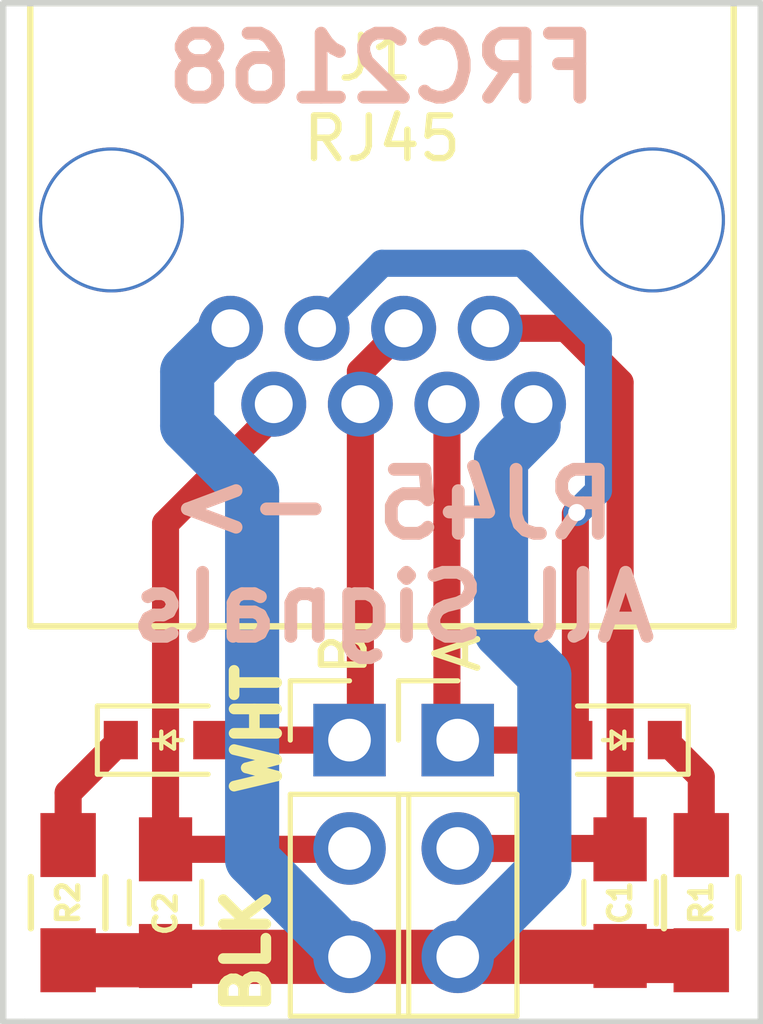
<source format=kicad_pcb>
(kicad_pcb (version 4) (host pcbnew 4.0.5)

  (general
    (links 19)
    (no_connects 0)
    (area 149.276999 86.792999 167.207001 110.819001)
    (thickness 1.6)
    (drawings 9)
    (tracks 57)
    (zones 0)
    (modules 9)
    (nets 8)
  )

  (page A4)
  (layers
    (0 F.Cu signal)
    (31 B.Cu signal)
    (32 B.Adhes user)
    (33 F.Adhes user)
    (34 B.Paste user)
    (35 F.Paste user)
    (36 B.SilkS user)
    (37 F.SilkS user)
    (38 B.Mask user)
    (39 F.Mask user)
    (40 Dwgs.User user)
    (41 Cmts.User user)
    (42 Eco1.User user)
    (43 Eco2.User user)
    (44 Edge.Cuts user)
    (45 Margin user)
    (46 B.CrtYd user)
    (47 F.CrtYd user)
    (48 B.Fab user)
    (49 F.Fab user)
  )

  (setup
    (last_trace_width 1.27)
    (trace_clearance 0.15)
    (zone_clearance 0.508)
    (zone_45_only no)
    (trace_min 0.2)
    (segment_width 0.2)
    (edge_width 0.15)
    (via_size 0.6)
    (via_drill 0.4)
    (via_min_size 0.4)
    (via_min_drill 0.3)
    (uvia_size 0.3)
    (uvia_drill 0.1)
    (uvias_allowed no)
    (uvia_min_size 0.2)
    (uvia_min_drill 0.1)
    (pcb_text_width 0.3)
    (pcb_text_size 1.5 1.5)
    (mod_edge_width 0.15)
    (mod_text_size 1 1)
    (mod_text_width 0.15)
    (pad_size 1.524 1.524)
    (pad_drill 0.762)
    (pad_to_mask_clearance 0.2)
    (aux_axis_origin 0 0)
    (visible_elements 7FFFFF7F)
    (pcbplotparams
      (layerselection 0x00030_80000001)
      (usegerberextensions false)
      (excludeedgelayer true)
      (linewidth 0.100000)
      (plotframeref false)
      (viasonmask false)
      (mode 1)
      (useauxorigin false)
      (hpglpennumber 1)
      (hpglpenspeed 20)
      (hpglpendiameter 15)
      (hpglpenoverlay 2)
      (psnegative false)
      (psa4output false)
      (plotreference true)
      (plotvalue true)
      (plotinvisibletext false)
      (padsonsilk false)
      (subtractmaskfromsilk false)
      (outputformat 1)
      (mirror false)
      (drillshape 1)
      (scaleselection 1)
      (outputdirectory ""))
  )

  (net 0 "")
  (net 1 GND)
  (net 2 5A)
  (net 3 A)
  (net 4 B)
  (net 5 5B)
  (net 6 "Net-(D1-Pad1)")
  (net 7 "Net-(D2-Pad1)")

  (net_class Default "This is the default net class."
    (clearance 0.15)
    (trace_width 1.27)
    (via_dia 0.6)
    (via_drill 0.4)
    (uvia_dia 0.3)
    (uvia_drill 0.1)
  )

  (net_class Power ""
    (clearance 0.15)
    (trace_width 1.27)
    (via_dia 0.6)
    (via_drill 0.4)
    (uvia_dia 0.3)
    (uvia_drill 0.1)
    (add_net GND)
  )

  (net_class Signal ""
    (clearance 0.15)
    (trace_width 0.635)
    (via_dia 0.6)
    (via_drill 0.4)
    (uvia_dia 0.3)
    (uvia_drill 0.1)
    (add_net 5A)
    (add_net 5B)
    (add_net A)
    (add_net B)
    (add_net "Net-(D1-Pad1)")
    (add_net "Net-(D2-Pad1)")
  )

  (module RJ45:EJ45_RJHSE-5080 (layer F.Cu) (tedit 58771648) (tstamp 58788BBE)
    (at 164.592 91.948 180)
    (path /58788CFB)
    (fp_text reference J1 (at 6.51002 3.79476 180) (layer F.SilkS)
      (effects (font (size 1 1) (thickness 0.15)))
    )
    (fp_text value RJ45 (at 6.62178 -8.3312 180) (layer F.Fab)
      (effects (font (size 1 1) (thickness 0.15)))
    )
    (fp_text user RJ45 (at 6.35 1.905 180) (layer F.SilkS)
      (effects (font (size 1 1) (thickness 0.15)))
    )
    (fp_line (start 14.605 5.08) (end -1.905 5.08) (layer F.SilkS) (width 0.15))
    (fp_line (start -1.905 5.08) (end -1.905 -9.525) (layer F.SilkS) (width 0.15))
    (fp_line (start -1.905 -9.525) (end 14.605 -9.525) (layer F.SilkS) (width 0.15))
    (fp_line (start 14.605 -9.525) (end 14.605 5.08) (layer F.SilkS) (width 0.15))
    (pad 8 thru_hole circle (at 2.794 -4.318 180) (size 1.524 1.524) (drill 0.89) (layers *.Cu *.Mask)
      (net 1 GND))
    (pad 7 thru_hole circle (at 3.81 -2.54 180) (size 1.524 1.524) (drill 0.89) (layers *.Cu *.Mask)
      (net 2 5A))
    (pad 6 thru_hole circle (at 4.826 -4.318 180) (size 1.524 1.524) (drill 0.89) (layers *.Cu *.Mask)
      (net 3 A))
    (pad 4 thru_hole circle (at 6.858 -4.318 180) (size 1.524 1.524) (drill 0.89) (layers *.Cu *.Mask)
      (net 4 B))
    (pad 2 thru_hole circle (at 8.89 -4.318 180) (size 1.524 1.524) (drill 0.89) (layers *.Cu *.Mask)
      (net 5 5B))
    (pad 5 thru_hole circle (at 5.842 -2.54 180) (size 1.524 1.524) (drill 0.89) (layers *.Cu *.Mask)
      (net 4 B))
    (pad 3 thru_hole circle (at 7.874 -2.54 180) (size 1.524 1.524) (drill 0.89) (layers *.Cu *.Mask)
      (net 3 A))
    (pad 1 thru_hole circle (at 9.906 -2.54 180) (size 1.524 1.524) (drill 0.89) (layers *.Cu *.Mask)
      (net 1 GND))
    (pad "" thru_hole circle (at 0 0 180) (size 3.4 3.4) (drill 3.25) (layers *.Cu *.Mask))
    (pad "" thru_hole circle (at 12.7 0 180) (size 3.4 3.4) (drill 3.25) (layers *.Cu *.Mask))
  )

  (module Pin_Headers:Pin_Header_Straight_1x03_Pitch2.54mm (layer F.Cu) (tedit 5878A8C8) (tstamp 58788BC5)
    (at 160.02 104.14)
    (descr "Through hole straight pin header, 1x03, 2.54mm pitch, single row")
    (tags "Through hole pin header THT 1x03 2.54mm single row")
    (path /58788D9E)
    (fp_text reference B (at -2.667 -2.032 90) (layer F.SilkS)
      (effects (font (size 1 1) (thickness 0.15)))
    )
    (fp_text value CONN_01X03 (at 0 7.47) (layer F.Fab) hide
      (effects (font (size 1 1) (thickness 0.15)))
    )
    (fp_line (start -1.27 -1.27) (end -1.27 6.35) (layer F.Fab) (width 0.1))
    (fp_line (start -1.27 6.35) (end 1.27 6.35) (layer F.Fab) (width 0.1))
    (fp_line (start 1.27 6.35) (end 1.27 -1.27) (layer F.Fab) (width 0.1))
    (fp_line (start 1.27 -1.27) (end -1.27 -1.27) (layer F.Fab) (width 0.1))
    (fp_line (start -1.39 1.27) (end -1.39 6.47) (layer F.SilkS) (width 0.12))
    (fp_line (start -1.39 6.47) (end 1.39 6.47) (layer F.SilkS) (width 0.12))
    (fp_line (start 1.39 6.47) (end 1.39 1.27) (layer F.SilkS) (width 0.12))
    (fp_line (start 1.39 1.27) (end -1.39 1.27) (layer F.SilkS) (width 0.12))
    (fp_line (start -1.39 0) (end -1.39 -1.39) (layer F.SilkS) (width 0.12))
    (fp_line (start -1.39 -1.39) (end 0 -1.39) (layer F.SilkS) (width 0.12))
    (fp_line (start -1.6 -1.6) (end -1.6 6.6) (layer F.CrtYd) (width 0.05))
    (fp_line (start -1.6 6.6) (end 1.6 6.6) (layer F.CrtYd) (width 0.05))
    (fp_line (start 1.6 6.6) (end 1.6 -1.6) (layer F.CrtYd) (width 0.05))
    (fp_line (start 1.6 -1.6) (end -1.6 -1.6) (layer F.CrtYd) (width 0.05))
    (pad 1 thru_hole rect (at 0 0) (size 1.7 1.7) (drill 1) (layers *.Cu *.Mask)
      (net 3 A))
    (pad 2 thru_hole oval (at 0 2.54) (size 1.7 1.7) (drill 1) (layers *.Cu *.Mask)
      (net 2 5A))
    (pad 3 thru_hole oval (at 0 5.08) (size 1.7 1.7) (drill 1) (layers *.Cu *.Mask)
      (net 1 GND))
    (model Pin_Headers.3dshapes/Pin_Header_Straight_1x03_Pitch2.54mm.wrl
      (at (xyz 0 -0.1 0))
      (scale (xyz 1 1 1))
      (rotate (xyz 0 0 90))
    )
  )

  (module Pin_Headers:Pin_Header_Straight_1x03_Pitch2.54mm (layer F.Cu) (tedit 5878A8C3) (tstamp 58788BCC)
    (at 157.48 104.14)
    (descr "Through hole straight pin header, 1x03, 2.54mm pitch, single row")
    (tags "Through hole pin header THT 1x03 2.54mm single row")
    (path /58788DE3)
    (fp_text reference A (at 2.54 -2.032 90) (layer F.SilkS)
      (effects (font (size 1 1) (thickness 0.15)))
    )
    (fp_text value CONN_01X03 (at 0 7.47) (layer F.Fab) hide
      (effects (font (size 1 1) (thickness 0.15)))
    )
    (fp_line (start -1.27 -1.27) (end -1.27 6.35) (layer F.Fab) (width 0.1))
    (fp_line (start -1.27 6.35) (end 1.27 6.35) (layer F.Fab) (width 0.1))
    (fp_line (start 1.27 6.35) (end 1.27 -1.27) (layer F.Fab) (width 0.1))
    (fp_line (start 1.27 -1.27) (end -1.27 -1.27) (layer F.Fab) (width 0.1))
    (fp_line (start -1.39 1.27) (end -1.39 6.47) (layer F.SilkS) (width 0.12))
    (fp_line (start -1.39 6.47) (end 1.39 6.47) (layer F.SilkS) (width 0.12))
    (fp_line (start 1.39 6.47) (end 1.39 1.27) (layer F.SilkS) (width 0.12))
    (fp_line (start 1.39 1.27) (end -1.39 1.27) (layer F.SilkS) (width 0.12))
    (fp_line (start -1.39 0) (end -1.39 -1.39) (layer F.SilkS) (width 0.12))
    (fp_line (start -1.39 -1.39) (end 0 -1.39) (layer F.SilkS) (width 0.12))
    (fp_line (start -1.6 -1.6) (end -1.6 6.6) (layer F.CrtYd) (width 0.05))
    (fp_line (start -1.6 6.6) (end 1.6 6.6) (layer F.CrtYd) (width 0.05))
    (fp_line (start 1.6 6.6) (end 1.6 -1.6) (layer F.CrtYd) (width 0.05))
    (fp_line (start 1.6 -1.6) (end -1.6 -1.6) (layer F.CrtYd) (width 0.05))
    (pad 1 thru_hole rect (at 0 0) (size 1.7 1.7) (drill 1) (layers *.Cu *.Mask)
      (net 4 B))
    (pad 2 thru_hole oval (at 0 2.54) (size 1.7 1.7) (drill 1) (layers *.Cu *.Mask)
      (net 5 5B))
    (pad 3 thru_hole oval (at 0 5.08) (size 1.7 1.7) (drill 1) (layers *.Cu *.Mask)
      (net 1 GND))
    (model Pin_Headers.3dshapes/Pin_Header_Straight_1x03_Pitch2.54mm.wrl
      (at (xyz 0 -0.1 0))
      (scale (xyz 1 1 1))
      (rotate (xyz 0 0 90))
    )
  )

  (module Capacitors_SMD:C_0805_HandSoldering (layer F.Cu) (tedit 58789B75) (tstamp 58789A95)
    (at 163.83 107.95 90)
    (descr "Capacitor SMD 0805, hand soldering")
    (tags "capacitor 0805")
    (path /587898F4)
    (attr smd)
    (fp_text reference C1 (at 0 0 90) (layer F.SilkS)
      (effects (font (size 0.5 0.5) (thickness 0.125)))
    )
    (fp_text value C (at 0 1.778 90) (layer F.Fab) hide
      (effects (font (size 1 1) (thickness 0.15)))
    )
    (fp_line (start -1 0.625) (end -1 -0.625) (layer F.Fab) (width 0.1))
    (fp_line (start 1 0.625) (end -1 0.625) (layer F.Fab) (width 0.1))
    (fp_line (start 1 -0.625) (end 1 0.625) (layer F.Fab) (width 0.1))
    (fp_line (start -1 -0.625) (end 1 -0.625) (layer F.Fab) (width 0.1))
    (fp_line (start -2.3 -1) (end 2.3 -1) (layer F.CrtYd) (width 0.05))
    (fp_line (start -2.3 1) (end 2.3 1) (layer F.CrtYd) (width 0.05))
    (fp_line (start -2.3 -1) (end -2.3 1) (layer F.CrtYd) (width 0.05))
    (fp_line (start 2.3 -1) (end 2.3 1) (layer F.CrtYd) (width 0.05))
    (fp_line (start 0.5 -0.85) (end -0.5 -0.85) (layer F.SilkS) (width 0.12))
    (fp_line (start -0.5 0.85) (end 0.5 0.85) (layer F.SilkS) (width 0.12))
    (pad 1 smd rect (at -1.25 0 90) (size 1.5 1.25) (layers F.Cu F.Paste F.Mask)
      (net 1 GND))
    (pad 2 smd rect (at 1.25 0 90) (size 1.5 1.25) (layers F.Cu F.Paste F.Mask)
      (net 2 5A))
    (model Capacitors_SMD.3dshapes/C_0805_HandSoldering.wrl
      (at (xyz 0 0 0))
      (scale (xyz 1 1 1))
      (rotate (xyz 0 0 0))
    )
  )

  (module Capacitors_SMD:C_0805_HandSoldering (layer F.Cu) (tedit 58789BEF) (tstamp 58789A9B)
    (at 153.162 107.95 90)
    (descr "Capacitor SMD 0805, hand soldering")
    (tags "capacitor 0805")
    (path /58789BD3)
    (attr smd)
    (fp_text reference C2 (at -0.254 0 90) (layer F.SilkS)
      (effects (font (size 0.5 0.5) (thickness 0.125)))
    )
    (fp_text value C (at 0 2.1 90) (layer F.Fab) hide
      (effects (font (size 1 1) (thickness 0.15)))
    )
    (fp_line (start -1 0.625) (end -1 -0.625) (layer F.Fab) (width 0.1))
    (fp_line (start 1 0.625) (end -1 0.625) (layer F.Fab) (width 0.1))
    (fp_line (start 1 -0.625) (end 1 0.625) (layer F.Fab) (width 0.1))
    (fp_line (start -1 -0.625) (end 1 -0.625) (layer F.Fab) (width 0.1))
    (fp_line (start -2.3 -1) (end 2.3 -1) (layer F.CrtYd) (width 0.05))
    (fp_line (start -2.3 1) (end 2.3 1) (layer F.CrtYd) (width 0.05))
    (fp_line (start -2.3 -1) (end -2.3 1) (layer F.CrtYd) (width 0.05))
    (fp_line (start 2.3 -1) (end 2.3 1) (layer F.CrtYd) (width 0.05))
    (fp_line (start 0.5 -0.85) (end -0.5 -0.85) (layer F.SilkS) (width 0.12))
    (fp_line (start -0.5 0.85) (end 0.5 0.85) (layer F.SilkS) (width 0.12))
    (pad 1 smd rect (at -1.25 0 90) (size 1.5 1.25) (layers F.Cu F.Paste F.Mask)
      (net 1 GND))
    (pad 2 smd rect (at 1.25 0 90) (size 1.5 1.25) (layers F.Cu F.Paste F.Mask)
      (net 5 5B))
    (model Capacitors_SMD.3dshapes/C_0805_HandSoldering.wrl
      (at (xyz 0 0 0))
      (scale (xyz 1 1 1))
      (rotate (xyz 0 0 0))
    )
  )

  (module Resistors_SMD:R_0805_HandSoldering (layer F.Cu) (tedit 58789B5F) (tstamp 58789AAD)
    (at 165.735 107.95 90)
    (descr "Resistor SMD 0805, hand soldering")
    (tags "resistor 0805")
    (path /58789190)
    (attr smd)
    (fp_text reference R1 (at 0 0 90) (layer F.SilkS)
      (effects (font (size 0.5 0.5) (thickness 0.125)))
    )
    (fp_text value R (at 0 1.524 90) (layer F.Fab) hide
      (effects (font (size 1 1) (thickness 0.15)))
    )
    (fp_line (start -1 0.625) (end -1 -0.625) (layer F.Fab) (width 0.1))
    (fp_line (start 1 0.625) (end -1 0.625) (layer F.Fab) (width 0.1))
    (fp_line (start 1 -0.625) (end 1 0.625) (layer F.Fab) (width 0.1))
    (fp_line (start -1 -0.625) (end 1 -0.625) (layer F.Fab) (width 0.1))
    (fp_line (start -2.4 -1) (end 2.4 -1) (layer F.CrtYd) (width 0.05))
    (fp_line (start -2.4 1) (end 2.4 1) (layer F.CrtYd) (width 0.05))
    (fp_line (start -2.4 -1) (end -2.4 1) (layer F.CrtYd) (width 0.05))
    (fp_line (start 2.4 -1) (end 2.4 1) (layer F.CrtYd) (width 0.05))
    (fp_line (start 0.6 0.875) (end -0.6 0.875) (layer F.SilkS) (width 0.15))
    (fp_line (start -0.6 -0.875) (end 0.6 -0.875) (layer F.SilkS) (width 0.15))
    (pad 1 smd rect (at -1.35 0 90) (size 1.5 1.3) (layers F.Cu F.Paste F.Mask)
      (net 1 GND))
    (pad 2 smd rect (at 1.35 0 90) (size 1.5 1.3) (layers F.Cu F.Paste F.Mask)
      (net 6 "Net-(D1-Pad1)"))
    (model Resistors_SMD.3dshapes/R_0805_HandSoldering.wrl
      (at (xyz 0 0 0))
      (scale (xyz 1 1 1))
      (rotate (xyz 0 0 0))
    )
  )

  (module Resistors_SMD:R_0805_HandSoldering (layer F.Cu) (tedit 58789C06) (tstamp 58789AB3)
    (at 150.876 107.95 90)
    (descr "Resistor SMD 0805, hand soldering")
    (tags "resistor 0805")
    (path /58789587)
    (attr smd)
    (fp_text reference R2 (at 0 0 90) (layer F.SilkS)
      (effects (font (size 0.5 0.5) (thickness 0.125)))
    )
    (fp_text value R (at 0 2.1 90) (layer F.Fab) hide
      (effects (font (size 1 1) (thickness 0.15)))
    )
    (fp_line (start -1 0.625) (end -1 -0.625) (layer F.Fab) (width 0.1))
    (fp_line (start 1 0.625) (end -1 0.625) (layer F.Fab) (width 0.1))
    (fp_line (start 1 -0.625) (end 1 0.625) (layer F.Fab) (width 0.1))
    (fp_line (start -1 -0.625) (end 1 -0.625) (layer F.Fab) (width 0.1))
    (fp_line (start -2.4 -1) (end 2.4 -1) (layer F.CrtYd) (width 0.05))
    (fp_line (start -2.4 1) (end 2.4 1) (layer F.CrtYd) (width 0.05))
    (fp_line (start -2.4 -1) (end -2.4 1) (layer F.CrtYd) (width 0.05))
    (fp_line (start 2.4 -1) (end 2.4 1) (layer F.CrtYd) (width 0.05))
    (fp_line (start 0.6 0.875) (end -0.6 0.875) (layer F.SilkS) (width 0.15))
    (fp_line (start -0.6 -0.875) (end 0.6 -0.875) (layer F.SilkS) (width 0.15))
    (pad 1 smd rect (at -1.35 0 90) (size 1.5 1.3) (layers F.Cu F.Paste F.Mask)
      (net 1 GND))
    (pad 2 smd rect (at 1.35 0 90) (size 1.5 1.3) (layers F.Cu F.Paste F.Mask)
      (net 7 "Net-(D2-Pad1)"))
    (model Resistors_SMD.3dshapes/R_0805_HandSoldering.wrl
      (at (xyz 0 0 0))
      (scale (xyz 1 1 1))
      (rotate (xyz 0 0 0))
    )
  )

  (module RJ45:LED_0805_w_silk (layer F.Cu) (tedit 5878A78F) (tstamp 5878A922)
    (at 163.83 104.14 180)
    (descr "Diode SMD in 0805 package")
    (tags "smd diode")
    (path /58789221)
    (attr smd)
    (fp_text reference D1 (at 0 1.6 180) (layer F.SilkS) hide
      (effects (font (size 1 1) (thickness 0.15)))
    )
    (fp_text value LED (at 0 -1.6 180) (layer F.Fab) hide
      (effects (font (size 1 1) (thickness 0.15)))
    )
    (fp_line (start -1.6 -0.8) (end -1.6 0.8) (layer F.SilkS) (width 0.12))
    (fp_line (start -1.7 0.88) (end -1.7 -0.88) (layer F.CrtYd) (width 0.05))
    (fp_line (start 1.7 0.88) (end -1.7 0.88) (layer F.CrtYd) (width 0.05))
    (fp_line (start 1.7 -0.88) (end 1.7 0.88) (layer F.CrtYd) (width 0.05))
    (fp_line (start -1.7 -0.88) (end 1.7 -0.88) (layer F.CrtYd) (width 0.05))
    (fp_line (start 0.2 0) (end 0.4 0) (layer F.SilkS) (width 0.1))
    (fp_line (start -0.1 0) (end -0.3 0) (layer F.SilkS) (width 0.1))
    (fp_line (start -0.1 -0.2) (end -0.1 0.2) (layer F.SilkS) (width 0.1))
    (fp_line (start 0.2 0.2) (end 0.2 -0.2) (layer F.SilkS) (width 0.1))
    (fp_line (start -0.1 0) (end 0.2 0.2) (layer F.SilkS) (width 0.1))
    (fp_line (start 0.2 -0.2) (end -0.1 0) (layer F.SilkS) (width 0.1))
    (fp_line (start -1 0.625) (end -1 -0.625) (layer F.Fab) (width 0.1))
    (fp_line (start 1 0.625) (end -1 0.625) (layer F.Fab) (width 0.1))
    (fp_line (start 1 -0.625) (end 1 0.625) (layer F.Fab) (width 0.1))
    (fp_line (start -1 -0.625) (end 1 -0.625) (layer F.Fab) (width 0.1))
    (fp_line (start -1.6 0.8) (end 1 0.8) (layer F.SilkS) (width 0.12))
    (fp_line (start -1.6 -0.8) (end 1 -0.8) (layer F.SilkS) (width 0.12))
    (pad 1 smd rect (at -1.05 0 180) (size 0.8 0.9) (layers F.Cu F.Paste F.Mask)
      (net 6 "Net-(D1-Pad1)"))
    (pad 2 smd rect (at 1.05 0 180) (size 0.8 0.9) (layers F.Cu F.Paste F.Mask)
      (net 3 A))
  )

  (module RJ45:LED_0805_w_silk (layer F.Cu) (tedit 5878A78F) (tstamp 5878A938)
    (at 153.162 104.14)
    (descr "Diode SMD in 0805 package")
    (tags "smd diode")
    (path /58789547)
    (attr smd)
    (fp_text reference D2 (at 0 1.6) (layer F.SilkS) hide
      (effects (font (size 1 1) (thickness 0.15)))
    )
    (fp_text value LED (at 0 -1.6) (layer F.Fab) hide
      (effects (font (size 1 1) (thickness 0.15)))
    )
    (fp_line (start -1.6 -0.8) (end -1.6 0.8) (layer F.SilkS) (width 0.12))
    (fp_line (start -1.7 0.88) (end -1.7 -0.88) (layer F.CrtYd) (width 0.05))
    (fp_line (start 1.7 0.88) (end -1.7 0.88) (layer F.CrtYd) (width 0.05))
    (fp_line (start 1.7 -0.88) (end 1.7 0.88) (layer F.CrtYd) (width 0.05))
    (fp_line (start -1.7 -0.88) (end 1.7 -0.88) (layer F.CrtYd) (width 0.05))
    (fp_line (start 0.2 0) (end 0.4 0) (layer F.SilkS) (width 0.1))
    (fp_line (start -0.1 0) (end -0.3 0) (layer F.SilkS) (width 0.1))
    (fp_line (start -0.1 -0.2) (end -0.1 0.2) (layer F.SilkS) (width 0.1))
    (fp_line (start 0.2 0.2) (end 0.2 -0.2) (layer F.SilkS) (width 0.1))
    (fp_line (start -0.1 0) (end 0.2 0.2) (layer F.SilkS) (width 0.1))
    (fp_line (start 0.2 -0.2) (end -0.1 0) (layer F.SilkS) (width 0.1))
    (fp_line (start -1 0.625) (end -1 -0.625) (layer F.Fab) (width 0.1))
    (fp_line (start 1 0.625) (end -1 0.625) (layer F.Fab) (width 0.1))
    (fp_line (start 1 -0.625) (end 1 0.625) (layer F.Fab) (width 0.1))
    (fp_line (start -1 -0.625) (end 1 -0.625) (layer F.Fab) (width 0.1))
    (fp_line (start -1.6 0.8) (end 1 0.8) (layer F.SilkS) (width 0.12))
    (fp_line (start -1.6 -0.8) (end 1 -0.8) (layer F.SilkS) (width 0.12))
    (pad 1 smd rect (at -1.05 0) (size 0.8 0.9) (layers F.Cu F.Paste F.Mask)
      (net 7 "Net-(D2-Pad1)"))
    (pad 2 smd rect (at 1.05 0) (size 0.8 0.9) (layers F.Cu F.Paste F.Mask)
      (net 4 B))
  )

  (gr_text "RJ45 ->\nAll Signals" (at 158.496 99.822) (layer B.SilkS)
    (effects (font (size 1.5 1.5) (thickness 0.3)) (justify mirror))
  )
  (gr_text FRC2168 (at 158.242 88.392) (layer B.SilkS)
    (effects (font (size 1.5 1.5) (thickness 0.3)) (justify mirror))
  )
  (gr_text BLK (at 155.067 109.093 90) (layer F.SilkS)
    (effects (font (size 1 1) (thickness 0.25)))
  )
  (gr_text WHT (at 155.321 103.886 90) (layer F.SilkS)
    (effects (font (size 1 1) (thickness 0.25)))
  )
  (gr_line (start 149.352 86.868) (end 167.132 86.868) (angle 90) (layer Edge.Cuts) (width 0.15))
  (gr_line (start 149.352 110.744) (end 149.352 86.868) (angle 90) (layer Edge.Cuts) (width 0.15))
  (gr_line (start 149.86 110.744) (end 149.352 110.744) (angle 90) (layer Edge.Cuts) (width 0.15))
  (gr_line (start 167.132 110.744) (end 149.86 110.744) (angle 90) (layer Edge.Cuts) (width 0.15))
  (gr_line (start 167.132 86.868) (end 167.132 110.744) (angle 90) (layer Edge.Cuts) (width 0.15))

  (segment (start 161.798 96.266) (end 161.798 96.774) (width 1.27) (layer B.Cu) (net 1))
  (segment (start 161.798 96.774) (end 161.036 97.536) (width 1.27) (layer B.Cu) (net 1) (tstamp 5878A688))
  (segment (start 161.036 97.536) (end 161.036 101.6) (width 1.27) (layer B.Cu) (net 1) (tstamp 5878A68A))
  (segment (start 161.036 101.6) (end 162.052 102.616) (width 1.27) (layer B.Cu) (net 1) (tstamp 5878A68C))
  (segment (start 162.052 102.616) (end 162.052 107.188) (width 1.27) (layer B.Cu) (net 1) (tstamp 5878A690))
  (segment (start 162.052 107.188) (end 160.02 109.22) (width 1.27) (layer B.Cu) (net 1) (tstamp 5878A698))
  (segment (start 150.876 109.3) (end 153.062 109.3) (width 1.27) (layer F.Cu) (net 1))
  (segment (start 153.062 109.3) (end 153.162 109.2) (width 1.27) (layer F.Cu) (net 1) (tstamp 5878A565))
  (segment (start 150.976 109.2) (end 150.876 109.3) (width 0.635) (layer F.Cu) (net 1) (tstamp 5878A54F))
  (segment (start 153.062 109.3) (end 153.162 109.2) (width 0.635) (layer F.Cu) (net 1) (tstamp 5878A524))
  (segment (start 151.23 109.2) (end 151.13 109.3) (width 0.635) (layer F.Cu) (net 1) (tstamp 5878A52C))
  (segment (start 154.686 94.488) (end 153.67 95.504) (width 1.27) (layer B.Cu) (net 1))
  (segment (start 155.194 106.934) (end 157.48 109.22) (width 1.27) (layer B.Cu) (net 1) (tstamp 5878A34E))
  (segment (start 155.194 98.298) (end 155.194 106.934) (width 1.27) (layer B.Cu) (net 1) (tstamp 5878A34D))
  (segment (start 153.67 96.774) (end 155.194 98.298) (width 1.27) (layer B.Cu) (net 1) (tstamp 5878A34C))
  (segment (start 153.67 95.504) (end 153.67 96.774) (width 1.27) (layer B.Cu) (net 1) (tstamp 5878A34B))
  (segment (start 157.48 109.22) (end 153.182 109.22) (width 1.27) (layer F.Cu) (net 1))
  (segment (start 153.182 109.22) (end 153.162 109.2) (width 1.27) (layer F.Cu) (net 1) (tstamp 5878A341))
  (segment (start 163.83 109.2) (end 165.635 109.2) (width 1.27) (layer F.Cu) (net 1))
  (segment (start 165.635 109.2) (end 165.735 109.3) (width 1.27) (layer F.Cu) (net 1) (tstamp 5878A31B))
  (segment (start 160.02 109.22) (end 163.81 109.22) (width 1.27) (layer F.Cu) (net 1))
  (segment (start 163.81 109.22) (end 163.83 109.2) (width 1.27) (layer F.Cu) (net 1) (tstamp 5878A318))
  (segment (start 157.48 109.22) (end 160.02 109.22) (width 1.27) (layer F.Cu) (net 1))
  (segment (start 157.46 109.2) (end 157.48 109.22) (width 1.27) (layer F.Cu) (net 1) (tstamp 5878A313))
  (segment (start 153.062 109.3) (end 153.162 109.2) (width 1.27) (layer F.Cu) (net 1) (tstamp 5878A310))
  (segment (start 163.83 106.7) (end 163.83 95.758) (width 0.635) (layer F.Cu) (net 2))
  (segment (start 162.56 94.488) (end 160.782 94.488) (width 0.635) (layer F.Cu) (net 2) (tstamp 5878A596))
  (segment (start 163.83 95.758) (end 162.56 94.488) (width 0.635) (layer F.Cu) (net 2) (tstamp 5878A594))
  (segment (start 160.02 106.68) (end 163.81 106.68) (width 0.635) (layer F.Cu) (net 2))
  (segment (start 163.81 106.68) (end 163.83 106.7) (width 0.635) (layer F.Cu) (net 2) (tstamp 5878A31E))
  (segment (start 162.78 104.14) (end 162.78 98.84) (width 0.635) (layer F.Cu) (net 3))
  (segment (start 158.242 92.964) (end 156.718 94.488) (width 0.635) (layer B.Cu) (net 3) (tstamp 5878A6BF))
  (segment (start 161.544 92.964) (end 158.242 92.964) (width 0.635) (layer B.Cu) (net 3) (tstamp 5878A6BC))
  (segment (start 163.322 94.742) (end 161.544 92.964) (width 0.635) (layer B.Cu) (net 3) (tstamp 5878A6B9))
  (segment (start 163.322 98.298) (end 163.322 94.742) (width 0.635) (layer B.Cu) (net 3) (tstamp 5878A6B7))
  (segment (start 162.814 98.806) (end 163.322 98.298) (width 0.635) (layer B.Cu) (net 3) (tstamp 5878A6B6))
  (via (at 162.814 98.806) (size 0.6) (drill 0.4) (layers F.Cu B.Cu) (net 3))
  (segment (start 162.78 98.84) (end 162.814 98.806) (width 0.635) (layer F.Cu) (net 3) (tstamp 5878A6B0))
  (segment (start 162.78 104.14) (end 160.02 104.14) (width 0.635) (layer F.Cu) (net 3))
  (segment (start 160.02 104.14) (end 160.02 103.632) (width 0.635) (layer F.Cu) (net 3))
  (segment (start 159.766 96.266) (end 159.766 99.06) (width 0.635) (layer F.Cu) (net 3))
  (segment (start 159.766 99.06) (end 159.766 103.886) (width 0.635) (layer F.Cu) (net 3) (tstamp 5878A417))
  (segment (start 159.766 103.886) (end 160.02 104.14) (width 0.635) (layer F.Cu) (net 3) (tstamp 5878A344))
  (segment (start 154.212 104.14) (end 157.48 104.14) (width 0.635) (layer F.Cu) (net 4))
  (segment (start 157.734 96.266) (end 157.734 95.504) (width 0.635) (layer F.Cu) (net 4))
  (segment (start 157.734 95.504) (end 158.75 94.488) (width 0.635) (layer F.Cu) (net 4) (tstamp 5878A309))
  (segment (start 157.734 96.266) (end 157.734 103.886) (width 0.635) (layer F.Cu) (net 4))
  (segment (start 157.734 103.886) (end 157.48 104.14) (width 0.635) (layer F.Cu) (net 4) (tstamp 5878A2FA))
  (segment (start 155.702 96.266) (end 155.702 96.52) (width 0.635) (layer F.Cu) (net 5))
  (segment (start 155.702 96.52) (end 153.162 99.06) (width 0.635) (layer F.Cu) (net 5) (tstamp 5878A463))
  (segment (start 153.162 99.06) (end 153.162 106.7) (width 0.635) (layer F.Cu) (net 5) (tstamp 5878A467))
  (segment (start 153.162 106.7) (end 157.46 106.7) (width 0.635) (layer F.Cu) (net 5))
  (segment (start 157.46 106.7) (end 157.48 106.68) (width 0.635) (layer F.Cu) (net 5) (tstamp 5878A322))
  (segment (start 165.735 106.6) (end 165.735 104.995) (width 0.635) (layer F.Cu) (net 6))
  (segment (start 165.735 104.995) (end 164.88 104.14) (width 0.635) (layer F.Cu) (net 6) (tstamp 5878A5CE))
  (segment (start 150.876 106.6) (end 150.876 105.376) (width 0.635) (layer F.Cu) (net 7))
  (segment (start 150.876 105.376) (end 152.112 104.14) (width 0.635) (layer F.Cu) (net 7) (tstamp 5878A568))

)

</source>
